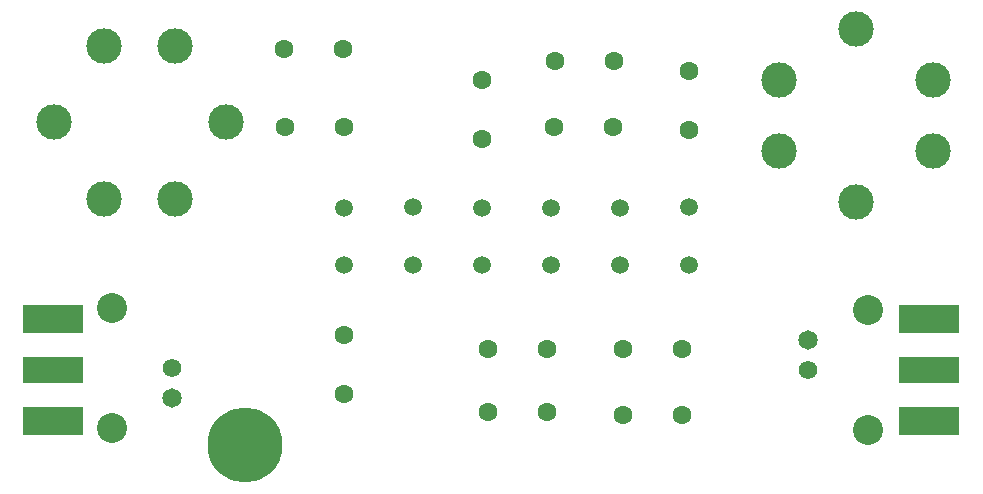
<source format=gbr>
G04 #@! TF.GenerationSoftware,KiCad,Pcbnew,(5.1.10)-1*
G04 #@! TF.CreationDate,2021-08-30T15:41:29-04:00*
G04 #@! TF.ProjectId,SSB6,53534236-2e6b-4696-9361-645f70636258,1*
G04 #@! TF.SameCoordinates,Original*
G04 #@! TF.FileFunction,Soldermask,Top*
G04 #@! TF.FilePolarity,Negative*
%FSLAX46Y46*%
G04 Gerber Fmt 4.6, Leading zero omitted, Abs format (unit mm)*
G04 Created by KiCad (PCBNEW (5.1.10)-1) date 2021-08-30 15:41:29*
%MOMM*%
%LPD*%
G01*
G04 APERTURE LIST*
%ADD10C,6.350000*%
%ADD11C,1.574800*%
%ADD12C,1.651000*%
%ADD13C,2.540000*%
%ADD14R,5.080000X2.286000*%
%ADD15R,5.080000X2.413000*%
%ADD16C,1.600000*%
%ADD17C,1.500000*%
%ADD18C,3.000000*%
G04 APERTURE END LIST*
D10*
X51582000Y-85102400D03*
D11*
X45359000Y-78625400D03*
D12*
X45359000Y-81165400D03*
D13*
X40279000Y-83705400D03*
X40279000Y-73545400D03*
X104287000Y-83832400D03*
X104287000Y-73672400D03*
D12*
X99207000Y-76212400D03*
D11*
X99207000Y-78752400D03*
D14*
X35326000Y-78752400D03*
D15*
X35326000Y-74434400D03*
X35326000Y-83070400D03*
X109494000Y-83070400D03*
X109494000Y-74434400D03*
D14*
X109494000Y-78752400D03*
D16*
X54884000Y-51574400D03*
X59884000Y-51574400D03*
X54964000Y-58178400D03*
X59964000Y-58178400D03*
X59964000Y-80784400D03*
X59964000Y-75784400D03*
X71648000Y-59194400D03*
X71648000Y-54194400D03*
X77156000Y-76974400D03*
X72156000Y-76974400D03*
X77156000Y-82308400D03*
X72156000Y-82308400D03*
X82744000Y-58178400D03*
X77744000Y-58178400D03*
X82824000Y-52590400D03*
X77824000Y-52590400D03*
X83586000Y-82562400D03*
X88586000Y-82562400D03*
X83586000Y-76974400D03*
X88586000Y-76974400D03*
X89174000Y-53432400D03*
X89174000Y-58432400D03*
D17*
X59964000Y-65036400D03*
X59964000Y-69916400D03*
X71648000Y-65036400D03*
X71648000Y-69916400D03*
X77490000Y-69916400D03*
X77490000Y-65036400D03*
X83332000Y-65036400D03*
X83332000Y-69916400D03*
X89174000Y-64982400D03*
X89174000Y-69862400D03*
X65806000Y-69862400D03*
X65806000Y-64982400D03*
D18*
X49944000Y-57820400D03*
X35344000Y-57820400D03*
X45644000Y-64320400D03*
X45644000Y-51320400D03*
X39644000Y-64320400D03*
X39644000Y-51320400D03*
X96794000Y-60210400D03*
X109794000Y-60210400D03*
X96794000Y-54210400D03*
X109794000Y-54210400D03*
X103294000Y-64510400D03*
X103294000Y-49910400D03*
M02*

</source>
